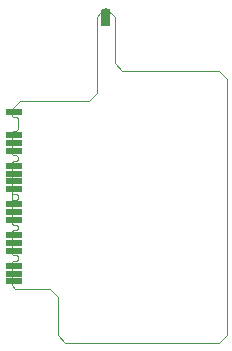
<source format=gbs>
G04 EAGLE Gerber X2 export*
%TF.Part,Single*%
%TF.FileFunction,Other,solder mask bottom*%
%TF.FilePolarity,Positive*%
%TF.GenerationSoftware,Autodesk,EAGLE,9.0.0*%
%TF.CreationDate,2018-05-26T20:21:05Z*%
G75*
%MOMM*%
%FSLAX34Y34*%
%LPD*%
%AMOC8*
5,1,8,0,0,1.08239X$1,22.5*%
G01*
%ADD10C,0.000000*%
%ADD11R,1.451600X0.551600*%
%ADD12R,0.551600X1.451600*%
%ADD13C,0.851600*%


D10*
X0Y-36000D02*
X3000Y-39000D01*
X32500Y-39000D01*
X39000Y-45500D01*
X39000Y-78000D01*
X45500Y-84500D01*
X175500Y-84500D01*
X182000Y-78000D01*
X182000Y139000D01*
X175500Y145500D01*
X93500Y145500D01*
X87000Y152000D01*
X87000Y191500D01*
X84000Y194500D01*
X75000Y194500D01*
X72000Y191500D01*
X72000Y127000D01*
X65500Y120500D01*
X7000Y120500D01*
X0Y113500D01*
X0Y107500D01*
X0Y94000D02*
X0Y75000D01*
X1000Y74000D01*
X4000Y74000D01*
X5000Y73000D01*
X5000Y70000D02*
X4000Y69000D01*
X1000Y69000D01*
X0Y68000D01*
X5000Y70000D02*
X5000Y73000D01*
X0Y68000D02*
X0Y42500D01*
X1000Y41500D01*
X4000Y41500D01*
X5000Y40500D01*
X5000Y37500D02*
X4000Y36500D01*
X1000Y36500D01*
X0Y35500D01*
X5000Y37500D02*
X5000Y40500D01*
X0Y42000D02*
X0Y35500D01*
X0Y16500D02*
X1000Y15500D01*
X4000Y15500D01*
X5000Y14500D01*
X5000Y11500D02*
X4000Y10500D01*
X1000Y10500D01*
X0Y9500D01*
X5000Y11500D02*
X5000Y14500D01*
X0Y-16500D02*
X0Y-36000D01*
X0Y-9500D02*
X0Y9500D01*
X0Y16500D02*
X0Y35500D01*
X0Y-9500D02*
X1000Y-10500D01*
X4000Y-10500D02*
X5000Y-11500D01*
X4000Y-10500D02*
X1000Y-10500D01*
X5000Y-11500D02*
X5000Y-14500D01*
X4000Y-15500D01*
X1000Y-15500D01*
X0Y-16500D01*
X1000Y106500D02*
X0Y107500D01*
X1000Y106500D02*
X4000Y106500D01*
X5000Y105500D01*
X5000Y96000D01*
X4000Y95000D01*
X1000Y95000D01*
X0Y94000D01*
D11*
X2000Y91000D03*
X2000Y84500D03*
X2000Y78000D03*
X2000Y65000D03*
X2000Y58500D03*
X2000Y52000D03*
X2000Y45500D03*
X2000Y32500D03*
X2000Y26000D03*
X2000Y19500D03*
X2000Y6500D03*
X2000Y0D03*
D12*
X78000Y190000D03*
X81000Y190000D03*
D11*
X2000Y-6500D03*
X2000Y-19500D03*
X2000Y-26000D03*
X2000Y-32500D03*
X2000Y110500D03*
D13*
X79500Y194500D03*
M02*

</source>
